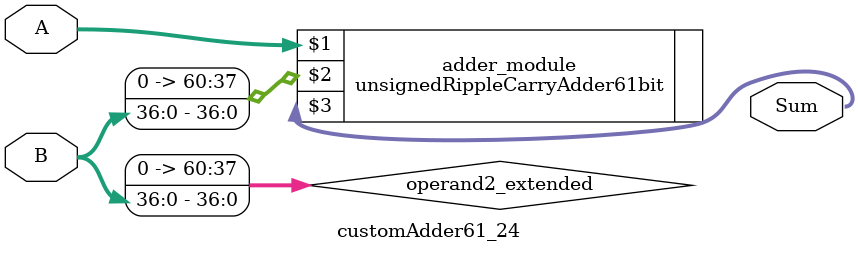
<source format=v>
module customAdder61_24(
                        input [60 : 0] A,
                        input [36 : 0] B,
                        
                        output [61 : 0] Sum
                );

        wire [60 : 0] operand2_extended;
        
        assign operand2_extended =  {24'b0, B};
        
        unsignedRippleCarryAdder61bit adder_module(
            A,
            operand2_extended,
            Sum
        );
        
        endmodule
        
</source>
